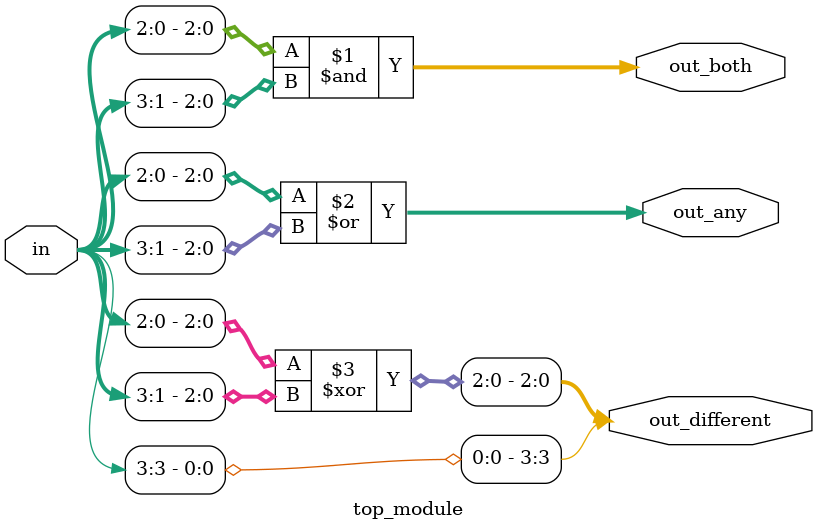
<source format=sv>
module top_module (
	input [3:0] in,
	output [2:0] out_both,
	output [3:1] out_any,
	output [3:0] out_different
);

	assign out_both = in[2:0] & in[3:1];
	assign out_any = in[2:0] | in[3:1];
	assign out_different = {in[3], in[2:0] ^ {in[3], in[2:1]}};

endmodule

</source>
